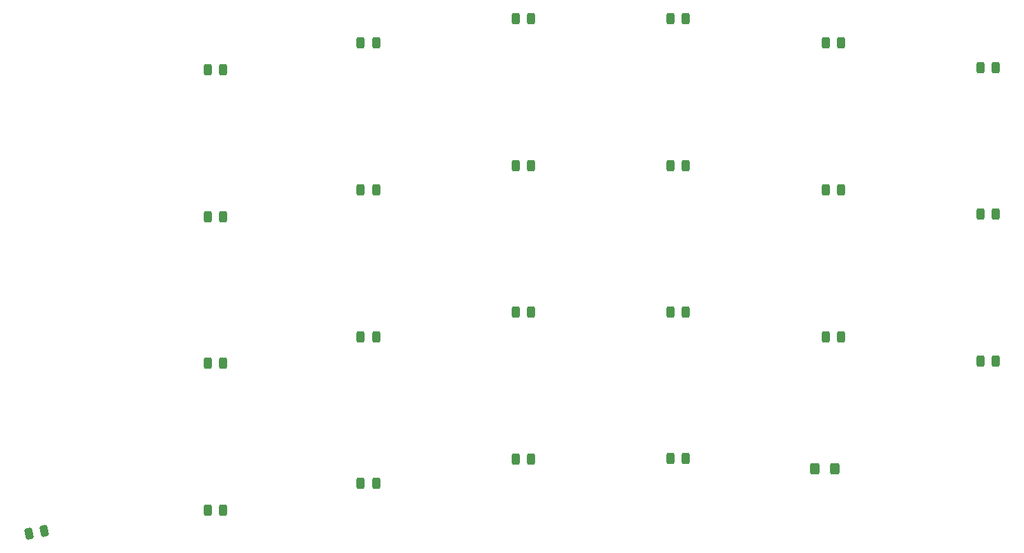
<source format=gtp>
%TF.GenerationSoftware,KiCad,Pcbnew,7.0.5-0*%
%TF.CreationDate,2023-09-10T21:20:09+09:30*%
%TF.ProjectId,Rolio,526f6c69-6f2e-46b6-9963-61645f706362,rev?*%
%TF.SameCoordinates,Original*%
%TF.FileFunction,Paste,Top*%
%TF.FilePolarity,Positive*%
%FSLAX46Y46*%
G04 Gerber Fmt 4.6, Leading zero omitted, Abs format (unit mm)*
G04 Created by KiCad (PCBNEW 7.0.5-0) date 2023-09-10 21:20:09*
%MOMM*%
%LPD*%
G01*
G04 APERTURE LIST*
G04 Aperture macros list*
%AMRoundRect*
0 Rectangle with rounded corners*
0 $1 Rounding radius*
0 $2 $3 $4 $5 $6 $7 $8 $9 X,Y pos of 4 corners*
0 Add a 4 corners polygon primitive as box body*
4,1,4,$2,$3,$4,$5,$6,$7,$8,$9,$2,$3,0*
0 Add four circle primitives for the rounded corners*
1,1,$1+$1,$2,$3*
1,1,$1+$1,$4,$5*
1,1,$1+$1,$6,$7*
1,1,$1+$1,$8,$9*
0 Add four rect primitives between the rounded corners*
20,1,$1+$1,$2,$3,$4,$5,0*
20,1,$1+$1,$4,$5,$6,$7,0*
20,1,$1+$1,$6,$7,$8,$9,0*
20,1,$1+$1,$8,$9,$2,$3,0*%
G04 Aperture macros list end*
%ADD10RoundRect,0.243750X-0.243750X-0.456250X0.243750X-0.456250X0.243750X0.456250X-0.243750X0.456250X0*%
%ADD11RoundRect,0.250000X-0.325000X-0.450000X0.325000X-0.450000X0.325000X0.450000X-0.325000X0.450000X0*%
%ADD12RoundRect,0.243750X-0.143564X-0.496958X0.333283X-0.395601X0.143564X0.496958X-0.333283X0.395601X0*%
G04 APERTURE END LIST*
D10*
X120902500Y-38775000D03*
X122777500Y-38775000D03*
X120902500Y-74775000D03*
X122777500Y-74775000D03*
X139902500Y-38775000D03*
X141777500Y-38775000D03*
X83182500Y-45025000D03*
X85057500Y-45025000D03*
X83182500Y-81025000D03*
X85057500Y-81025000D03*
X139902500Y-92675000D03*
X141777500Y-92675000D03*
X139902500Y-56775000D03*
X141777500Y-56775000D03*
X158902500Y-77775000D03*
X160777500Y-77775000D03*
X83182500Y-99025000D03*
X85057500Y-99025000D03*
X177902500Y-80775000D03*
X179777500Y-80775000D03*
X101902500Y-59775000D03*
X103777500Y-59775000D03*
X158902500Y-41775000D03*
X160777500Y-41775000D03*
X101902500Y-95775000D03*
X103777500Y-95775000D03*
X158902500Y-59775000D03*
X160777500Y-59775000D03*
X83182500Y-63070000D03*
X85057500Y-63070000D03*
X120902500Y-56775000D03*
X122777500Y-56775000D03*
X101902500Y-77775000D03*
X103777500Y-77775000D03*
X101902500Y-41775000D03*
X103777500Y-41775000D03*
X139902500Y-74775000D03*
X141777500Y-74775000D03*
X120902500Y-92775000D03*
X122777500Y-92775000D03*
D11*
X157620000Y-93980000D03*
X160020000Y-93980000D03*
D10*
X177902500Y-44775000D03*
X179777500Y-44775000D03*
D12*
X61241531Y-101951109D03*
X63075557Y-101561275D03*
D10*
X177902500Y-62775000D03*
X179777500Y-62775000D03*
M02*

</source>
